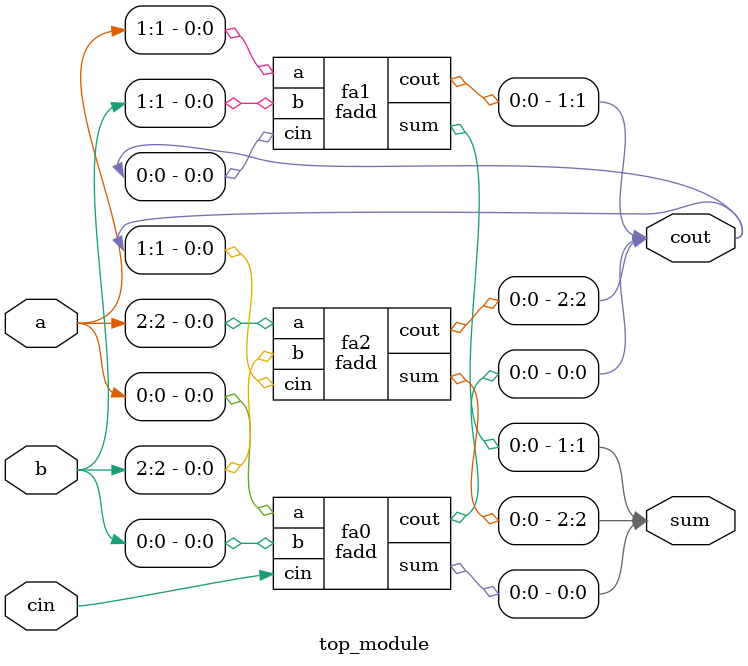
<source format=sv>
/*

Create a full adder. A full adder adds three bits (including carry-in) and
produces a sum and carry-out.

*/

module fadd(
    input a, b, cin,
    output cout, sum );

    assign sum = a ^ b ^ cin;
    assign cout = (a & b) | (a & cin) | (b & cin);

endmodule


module top_module(
    input [2:0] a, b,
    input cin,
    output [2:0] cout,
    output [2:0] sum );

    fadd fa0( a[0], b[0], cin,     cout[0], sum[0] );
    fadd fa1( a[1], b[1], cout[0], cout[1], sum[1] );
    fadd fa2( a[2], b[2], cout[1], cout[2], sum[2] );

endmodule

</source>
